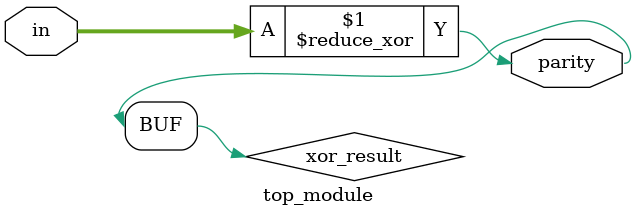
<source format=sv>
module top_module (
	input [7:0] in,
	output parity
);

	// Declare a wire for the bitwise XOR operation
	wire xor_result;

	// Perform the bitwise XOR operation on the input
	assign xor_result = ^in;

	// Assign the output port to the XOR result
	assign parity = xor_result;

endmodule

</source>
